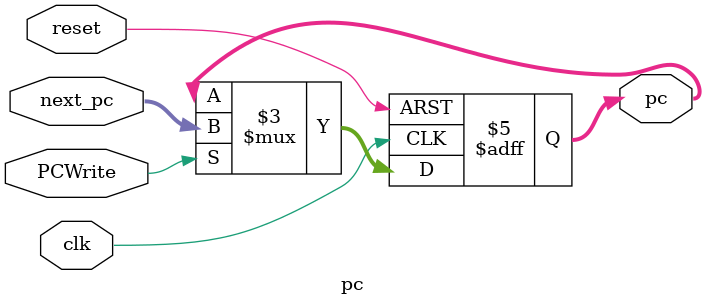
<source format=v>
module pc(
    input clk,
    input reset,
    input PCWrite,  
    input [31:0] next_pc,
    output reg [31:0] pc
);
    always @(negedge clk or posedge reset) begin
        if (reset) begin pc <= 32'h00000000;end
        else if (PCWrite == 1) begin pc <= next_pc;end
    end

endmodule
</source>
